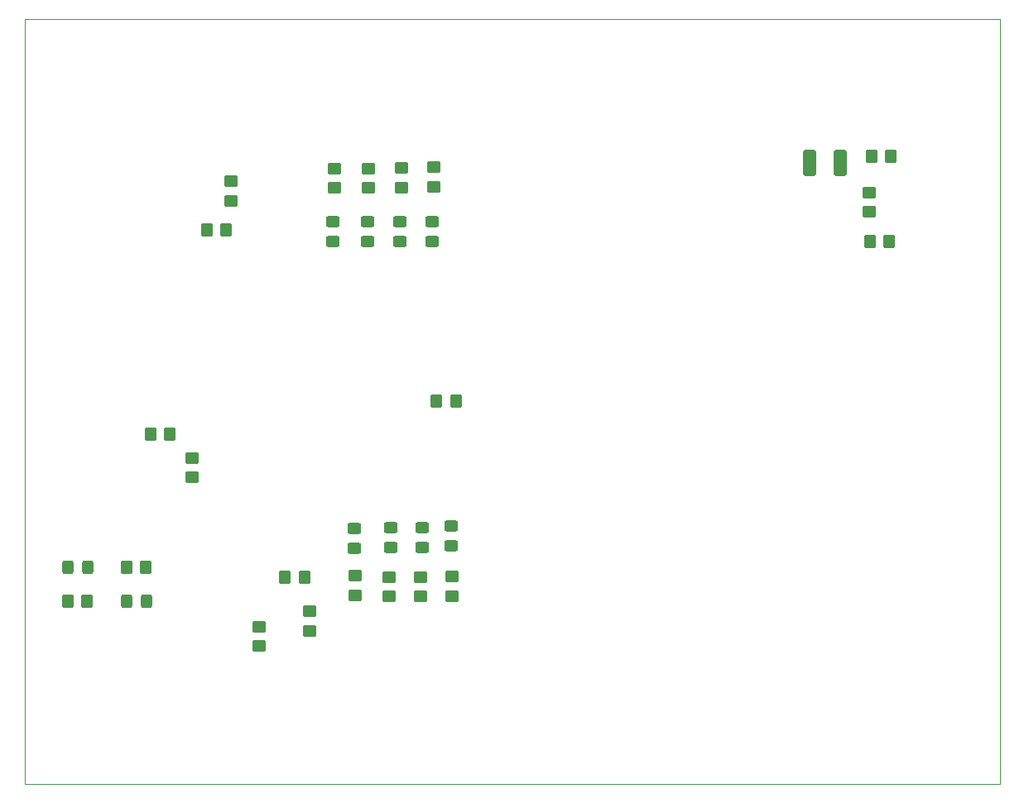
<source format=gbr>
%TF.GenerationSoftware,KiCad,Pcbnew,8.0.8*%
%TF.CreationDate,2025-03-28T16:36:24+05:30*%
%TF.ProjectId,MainBoard_v1.2.0,4d61696e-426f-4617-9264-5f76312e322e,rev?*%
%TF.SameCoordinates,Original*%
%TF.FileFunction,Paste,Top*%
%TF.FilePolarity,Positive*%
%FSLAX46Y46*%
G04 Gerber Fmt 4.6, Leading zero omitted, Abs format (unit mm)*
G04 Created by KiCad (PCBNEW 8.0.8) date 2025-03-28 16:36:24*
%MOMM*%
%LPD*%
G01*
G04 APERTURE LIST*
G04 Aperture macros list*
%AMRoundRect*
0 Rectangle with rounded corners*
0 $1 Rounding radius*
0 $2 $3 $4 $5 $6 $7 $8 $9 X,Y pos of 4 corners*
0 Add a 4 corners polygon primitive as box body*
4,1,4,$2,$3,$4,$5,$6,$7,$8,$9,$2,$3,0*
0 Add four circle primitives for the rounded corners*
1,1,$1+$1,$2,$3*
1,1,$1+$1,$4,$5*
1,1,$1+$1,$6,$7*
1,1,$1+$1,$8,$9*
0 Add four rect primitives between the rounded corners*
20,1,$1+$1,$2,$3,$4,$5,0*
20,1,$1+$1,$4,$5,$6,$7,0*
20,1,$1+$1,$6,$7,$8,$9,0*
20,1,$1+$1,$8,$9,$2,$3,0*%
G04 Aperture macros list end*
%ADD10RoundRect,0.250000X-0.450000X0.325000X-0.450000X-0.325000X0.450000X-0.325000X0.450000X0.325000X0*%
%ADD11RoundRect,0.250000X0.450000X-0.350000X0.450000X0.350000X-0.450000X0.350000X-0.450000X-0.350000X0*%
%ADD12RoundRect,0.250000X0.450000X-0.325000X0.450000X0.325000X-0.450000X0.325000X-0.450000X-0.325000X0*%
%ADD13RoundRect,0.250000X-0.450000X0.350000X-0.450000X-0.350000X0.450000X-0.350000X0.450000X0.350000X0*%
%ADD14RoundRect,0.250000X-0.350000X-0.450000X0.350000X-0.450000X0.350000X0.450000X-0.350000X0.450000X0*%
%ADD15RoundRect,0.250000X0.412500X1.100000X-0.412500X1.100000X-0.412500X-1.100000X0.412500X-1.100000X0*%
%ADD16RoundRect,0.250000X0.350000X0.450000X-0.350000X0.450000X-0.350000X-0.450000X0.350000X-0.450000X0*%
%ADD17RoundRect,0.250000X-0.325000X-0.450000X0.325000X-0.450000X0.325000X0.450000X-0.325000X0.450000X0*%
%ADD18RoundRect,0.250000X0.325000X0.450000X-0.325000X0.450000X-0.325000X-0.450000X0.325000X-0.450000X0*%
%TA.AperFunction,Profile*%
%ADD19C,0.050000*%
%TD*%
G04 APERTURE END LIST*
D10*
%TO.C,D12*%
X88280000Y-139907500D03*
X88280000Y-141957500D03*
%TD*%
D11*
%TO.C,R14*%
X88120000Y-147000000D03*
X88120000Y-145000000D03*
%TD*%
D12*
%TO.C,D6*%
X89262331Y-110681165D03*
X89262331Y-108631165D03*
%TD*%
D13*
%TO.C,R25*%
X68000000Y-132800000D03*
X68000000Y-134800000D03*
%TD*%
D12*
%TO.C,D5*%
X85948052Y-110660491D03*
X85948052Y-108610491D03*
%TD*%
D13*
%TO.C,R7*%
X82598231Y-103165115D03*
X82598231Y-105165115D03*
%TD*%
D14*
%TO.C,R2*%
X93000000Y-127000000D03*
X95000000Y-127000000D03*
%TD*%
D11*
%TO.C,R12*%
X84640000Y-146880000D03*
X84640000Y-144880000D03*
%TD*%
D10*
%TO.C,D13*%
X91510000Y-139957500D03*
X91510000Y-142007500D03*
%TD*%
D15*
%TO.C,C1*%
X134252500Y-102640000D03*
X131127500Y-102640000D03*
%TD*%
D14*
%TO.C,R23*%
X63745888Y-130337760D03*
X65745888Y-130337760D03*
%TD*%
D12*
%TO.C,D7*%
X92528150Y-110646742D03*
X92528150Y-108596742D03*
%TD*%
D11*
%TO.C,R33*%
X137290000Y-107610000D03*
X137290000Y-105610000D03*
%TD*%
D13*
%TO.C,R10*%
X92690062Y-103063223D03*
X92690062Y-105063223D03*
%TD*%
D11*
%TO.C,R15*%
X91350000Y-146980000D03*
X91350000Y-144980000D03*
%TD*%
D14*
%TO.C,R5*%
X55270000Y-147465000D03*
X57270000Y-147465000D03*
%TD*%
D16*
%TO.C,R29*%
X71500000Y-109500000D03*
X69500000Y-109500000D03*
%TD*%
%TO.C,R31*%
X139327888Y-110676019D03*
X137327888Y-110676019D03*
%TD*%
%TO.C,R19*%
X79506490Y-145031314D03*
X77506490Y-145031314D03*
%TD*%
%TO.C,R13*%
X139487500Y-101910000D03*
X137487500Y-101910000D03*
%TD*%
D17*
%TO.C,D2*%
X55255000Y-144045000D03*
X57305000Y-144045000D03*
%TD*%
D11*
%TO.C,R1*%
X74820000Y-152080000D03*
X74820000Y-150080000D03*
%TD*%
D13*
%TO.C,R9*%
X89390869Y-103101053D03*
X89390869Y-105101053D03*
%TD*%
%TO.C,R27*%
X72000000Y-104500000D03*
X72000000Y-106500000D03*
%TD*%
D18*
%TO.C,D3*%
X63325000Y-147445000D03*
X61275000Y-147445000D03*
%TD*%
D12*
%TO.C,D4*%
X82421234Y-110680219D03*
X82421234Y-108630219D03*
%TD*%
D16*
%TO.C,R4*%
X63280000Y-144045000D03*
X61280000Y-144045000D03*
%TD*%
D10*
%TO.C,D14*%
X94530000Y-139737500D03*
X94530000Y-141787500D03*
%TD*%
D11*
%TO.C,R16*%
X94600000Y-146970000D03*
X94600000Y-144970000D03*
%TD*%
%TO.C,R18*%
X80000000Y-150500000D03*
X80000000Y-148500000D03*
%TD*%
D13*
%TO.C,R8*%
X86038980Y-103163655D03*
X86038980Y-105163655D03*
%TD*%
D10*
%TO.C,D11*%
X84560000Y-139997500D03*
X84560000Y-142047500D03*
%TD*%
D19*
X50875000Y-87873251D02*
X150625000Y-87873251D01*
X150625000Y-166150000D01*
X50875000Y-166150000D01*
X50875000Y-87873251D01*
M02*

</source>
